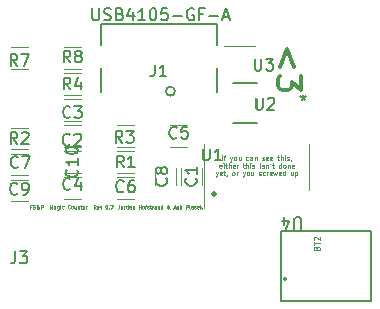
<source format=gbr>
%TF.GenerationSoftware,KiCad,Pcbnew,(6.0.7)*%
%TF.CreationDate,2023-09-19T20:50:44-05:00*%
%TF.ProjectId,CounterProject,436f756e-7465-4725-9072-6f6a6563742e,rev?*%
%TF.SameCoordinates,Original*%
%TF.FileFunction,Legend,Top*%
%TF.FilePolarity,Positive*%
%FSLAX46Y46*%
G04 Gerber Fmt 4.6, Leading zero omitted, Abs format (unit mm)*
G04 Created by KiCad (PCBNEW (6.0.7)) date 2023-09-19 20:50:44*
%MOMM*%
%LPD*%
G01*
G04 APERTURE LIST*
%ADD10C,0.300000*%
%ADD11C,0.100000*%
%ADD12C,0.075000*%
%ADD13C,0.150000*%
%ADD14C,0.120000*%
%ADD15C,0.127000*%
%ADD16C,0.200000*%
%ADD17C,0.152400*%
%ADD18C,0.508000*%
G04 APERTURE END LIST*
D10*
X184428571Y-23309523D02*
X183857142Y-21785714D01*
X183285714Y-23309523D01*
X185095238Y-24071428D02*
X185095238Y-25309523D01*
X184333333Y-24642857D01*
X184333333Y-24928571D01*
X184238095Y-25119047D01*
X184142857Y-25214285D01*
X183952380Y-25309523D01*
X183476190Y-25309523D01*
X183285714Y-25214285D01*
X183190476Y-25119047D01*
X183095238Y-24928571D01*
X183095238Y-24357142D01*
X183190476Y-24166666D01*
X183285714Y-24071428D01*
D11*
X178376190Y-31236952D02*
X178376190Y-30836952D01*
X178509523Y-30970285D02*
X178661904Y-30970285D01*
X178566666Y-31236952D02*
X178566666Y-30894095D01*
X178585714Y-30856000D01*
X178623809Y-30836952D01*
X178661904Y-30836952D01*
X179061904Y-30970285D02*
X179157142Y-31236952D01*
X179252380Y-30970285D02*
X179157142Y-31236952D01*
X179119047Y-31332190D01*
X179100000Y-31351238D01*
X179061904Y-31370285D01*
X179461904Y-31236952D02*
X179423809Y-31217904D01*
X179404761Y-31198857D01*
X179385714Y-31160761D01*
X179385714Y-31046476D01*
X179404761Y-31008380D01*
X179423809Y-30989333D01*
X179461904Y-30970285D01*
X179519047Y-30970285D01*
X179557142Y-30989333D01*
X179576190Y-31008380D01*
X179595238Y-31046476D01*
X179595238Y-31160761D01*
X179576190Y-31198857D01*
X179557142Y-31217904D01*
X179519047Y-31236952D01*
X179461904Y-31236952D01*
X179938095Y-30970285D02*
X179938095Y-31236952D01*
X179766666Y-30970285D02*
X179766666Y-31179809D01*
X179785714Y-31217904D01*
X179823809Y-31236952D01*
X179880952Y-31236952D01*
X179919047Y-31217904D01*
X179938095Y-31198857D01*
X180604761Y-31217904D02*
X180566666Y-31236952D01*
X180490476Y-31236952D01*
X180452380Y-31217904D01*
X180433333Y-31198857D01*
X180414285Y-31160761D01*
X180414285Y-31046476D01*
X180433333Y-31008380D01*
X180452380Y-30989333D01*
X180490476Y-30970285D01*
X180566666Y-30970285D01*
X180604761Y-30989333D01*
X180947619Y-31236952D02*
X180947619Y-31027428D01*
X180928571Y-30989333D01*
X180890476Y-30970285D01*
X180814285Y-30970285D01*
X180776190Y-30989333D01*
X180947619Y-31217904D02*
X180909523Y-31236952D01*
X180814285Y-31236952D01*
X180776190Y-31217904D01*
X180757142Y-31179809D01*
X180757142Y-31141714D01*
X180776190Y-31103619D01*
X180814285Y-31084571D01*
X180909523Y-31084571D01*
X180947619Y-31065523D01*
X181138095Y-30970285D02*
X181138095Y-31236952D01*
X181138095Y-31008380D02*
X181157142Y-30989333D01*
X181195238Y-30970285D01*
X181252380Y-30970285D01*
X181290476Y-30989333D01*
X181309523Y-31027428D01*
X181309523Y-31236952D01*
X181785714Y-31217904D02*
X181823809Y-31236952D01*
X181900000Y-31236952D01*
X181938095Y-31217904D01*
X181957142Y-31179809D01*
X181957142Y-31160761D01*
X181938095Y-31122666D01*
X181900000Y-31103619D01*
X181842857Y-31103619D01*
X181804761Y-31084571D01*
X181785714Y-31046476D01*
X181785714Y-31027428D01*
X181804761Y-30989333D01*
X181842857Y-30970285D01*
X181900000Y-30970285D01*
X181938095Y-30989333D01*
X182280952Y-31217904D02*
X182242857Y-31236952D01*
X182166666Y-31236952D01*
X182128571Y-31217904D01*
X182109523Y-31179809D01*
X182109523Y-31027428D01*
X182128571Y-30989333D01*
X182166666Y-30970285D01*
X182242857Y-30970285D01*
X182280952Y-30989333D01*
X182300000Y-31027428D01*
X182300000Y-31065523D01*
X182109523Y-31103619D01*
X182623809Y-31217904D02*
X182585714Y-31236952D01*
X182509523Y-31236952D01*
X182471428Y-31217904D01*
X182452380Y-31179809D01*
X182452380Y-31027428D01*
X182471428Y-30989333D01*
X182509523Y-30970285D01*
X182585714Y-30970285D01*
X182623809Y-30989333D01*
X182642857Y-31027428D01*
X182642857Y-31065523D01*
X182452380Y-31103619D01*
X183061904Y-30970285D02*
X183214285Y-30970285D01*
X183119047Y-30836952D02*
X183119047Y-31179809D01*
X183138095Y-31217904D01*
X183176190Y-31236952D01*
X183214285Y-31236952D01*
X183347619Y-31236952D02*
X183347619Y-30836952D01*
X183519047Y-31236952D02*
X183519047Y-31027428D01*
X183500000Y-30989333D01*
X183461904Y-30970285D01*
X183404761Y-30970285D01*
X183366666Y-30989333D01*
X183347619Y-31008380D01*
X183709523Y-31236952D02*
X183709523Y-30970285D01*
X183709523Y-30836952D02*
X183690476Y-30856000D01*
X183709523Y-30875047D01*
X183728571Y-30856000D01*
X183709523Y-30836952D01*
X183709523Y-30875047D01*
X183880952Y-31217904D02*
X183919047Y-31236952D01*
X183995238Y-31236952D01*
X184033333Y-31217904D01*
X184052380Y-31179809D01*
X184052380Y-31160761D01*
X184033333Y-31122666D01*
X183995238Y-31103619D01*
X183938095Y-31103619D01*
X183900000Y-31084571D01*
X183880952Y-31046476D01*
X183880952Y-31027428D01*
X183900000Y-30989333D01*
X183938095Y-30970285D01*
X183995238Y-30970285D01*
X184033333Y-30989333D01*
X184242857Y-31217904D02*
X184242857Y-31236952D01*
X184223809Y-31275047D01*
X184204761Y-31294095D01*
X178319047Y-31861904D02*
X178280952Y-31880952D01*
X178204761Y-31880952D01*
X178166666Y-31861904D01*
X178147619Y-31823809D01*
X178147619Y-31671428D01*
X178166666Y-31633333D01*
X178204761Y-31614285D01*
X178280952Y-31614285D01*
X178319047Y-31633333D01*
X178338095Y-31671428D01*
X178338095Y-31709523D01*
X178147619Y-31747619D01*
X178509523Y-31880952D02*
X178509523Y-31614285D01*
X178509523Y-31480952D02*
X178490476Y-31500000D01*
X178509523Y-31519047D01*
X178528571Y-31500000D01*
X178509523Y-31480952D01*
X178509523Y-31519047D01*
X178642857Y-31614285D02*
X178795238Y-31614285D01*
X178700000Y-31480952D02*
X178700000Y-31823809D01*
X178719047Y-31861904D01*
X178757142Y-31880952D01*
X178795238Y-31880952D01*
X178928571Y-31880952D02*
X178928571Y-31480952D01*
X179100000Y-31880952D02*
X179100000Y-31671428D01*
X179080952Y-31633333D01*
X179042857Y-31614285D01*
X178985714Y-31614285D01*
X178947619Y-31633333D01*
X178928571Y-31652380D01*
X179442857Y-31861904D02*
X179404761Y-31880952D01*
X179328571Y-31880952D01*
X179290476Y-31861904D01*
X179271428Y-31823809D01*
X179271428Y-31671428D01*
X179290476Y-31633333D01*
X179328571Y-31614285D01*
X179404761Y-31614285D01*
X179442857Y-31633333D01*
X179461904Y-31671428D01*
X179461904Y-31709523D01*
X179271428Y-31747619D01*
X179633333Y-31880952D02*
X179633333Y-31614285D01*
X179633333Y-31690476D02*
X179652380Y-31652380D01*
X179671428Y-31633333D01*
X179709523Y-31614285D01*
X179747619Y-31614285D01*
X180128571Y-31614285D02*
X180280952Y-31614285D01*
X180185714Y-31480952D02*
X180185714Y-31823809D01*
X180204761Y-31861904D01*
X180242857Y-31880952D01*
X180280952Y-31880952D01*
X180414285Y-31880952D02*
X180414285Y-31480952D01*
X180585714Y-31880952D02*
X180585714Y-31671428D01*
X180566666Y-31633333D01*
X180528571Y-31614285D01*
X180471428Y-31614285D01*
X180433333Y-31633333D01*
X180414285Y-31652380D01*
X180776190Y-31880952D02*
X180776190Y-31614285D01*
X180776190Y-31480952D02*
X180757142Y-31500000D01*
X180776190Y-31519047D01*
X180795238Y-31500000D01*
X180776190Y-31480952D01*
X180776190Y-31519047D01*
X180947619Y-31861904D02*
X180985714Y-31880952D01*
X181061904Y-31880952D01*
X181100000Y-31861904D01*
X181119047Y-31823809D01*
X181119047Y-31804761D01*
X181100000Y-31766666D01*
X181061904Y-31747619D01*
X181004761Y-31747619D01*
X180966666Y-31728571D01*
X180947619Y-31690476D01*
X180947619Y-31671428D01*
X180966666Y-31633333D01*
X181004761Y-31614285D01*
X181061904Y-31614285D01*
X181100000Y-31633333D01*
X181595238Y-31880952D02*
X181595238Y-31614285D01*
X181595238Y-31480952D02*
X181576190Y-31500000D01*
X181595238Y-31519047D01*
X181614285Y-31500000D01*
X181595238Y-31480952D01*
X181595238Y-31519047D01*
X181766666Y-31861904D02*
X181804761Y-31880952D01*
X181880952Y-31880952D01*
X181919047Y-31861904D01*
X181938095Y-31823809D01*
X181938095Y-31804761D01*
X181919047Y-31766666D01*
X181880952Y-31747619D01*
X181823809Y-31747619D01*
X181785714Y-31728571D01*
X181766666Y-31690476D01*
X181766666Y-31671428D01*
X181785714Y-31633333D01*
X181823809Y-31614285D01*
X181880952Y-31614285D01*
X181919047Y-31633333D01*
X182109523Y-31614285D02*
X182109523Y-31880952D01*
X182109523Y-31652380D02*
X182128571Y-31633333D01*
X182166666Y-31614285D01*
X182223809Y-31614285D01*
X182261904Y-31633333D01*
X182280952Y-31671428D01*
X182280952Y-31880952D01*
X182490476Y-31480952D02*
X182452380Y-31557142D01*
X182604761Y-31614285D02*
X182757142Y-31614285D01*
X182661904Y-31480952D02*
X182661904Y-31823809D01*
X182680952Y-31861904D01*
X182719047Y-31880952D01*
X182757142Y-31880952D01*
X183366666Y-31880952D02*
X183366666Y-31480952D01*
X183366666Y-31861904D02*
X183328571Y-31880952D01*
X183252380Y-31880952D01*
X183214285Y-31861904D01*
X183195238Y-31842857D01*
X183176190Y-31804761D01*
X183176190Y-31690476D01*
X183195238Y-31652380D01*
X183214285Y-31633333D01*
X183252380Y-31614285D01*
X183328571Y-31614285D01*
X183366666Y-31633333D01*
X183614285Y-31880952D02*
X183576190Y-31861904D01*
X183557142Y-31842857D01*
X183538095Y-31804761D01*
X183538095Y-31690476D01*
X183557142Y-31652380D01*
X183576190Y-31633333D01*
X183614285Y-31614285D01*
X183671428Y-31614285D01*
X183709523Y-31633333D01*
X183728571Y-31652380D01*
X183747619Y-31690476D01*
X183747619Y-31804761D01*
X183728571Y-31842857D01*
X183709523Y-31861904D01*
X183671428Y-31880952D01*
X183614285Y-31880952D01*
X183919047Y-31614285D02*
X183919047Y-31880952D01*
X183919047Y-31652380D02*
X183938095Y-31633333D01*
X183976190Y-31614285D01*
X184033333Y-31614285D01*
X184071428Y-31633333D01*
X184090476Y-31671428D01*
X184090476Y-31880952D01*
X184433333Y-31861904D02*
X184395238Y-31880952D01*
X184319047Y-31880952D01*
X184280952Y-31861904D01*
X184261904Y-31823809D01*
X184261904Y-31671428D01*
X184280952Y-31633333D01*
X184319047Y-31614285D01*
X184395238Y-31614285D01*
X184433333Y-31633333D01*
X184452380Y-31671428D01*
X184452380Y-31709523D01*
X184261904Y-31747619D01*
X177842857Y-32258285D02*
X177938095Y-32524952D01*
X178033333Y-32258285D02*
X177938095Y-32524952D01*
X177900000Y-32620190D01*
X177880952Y-32639238D01*
X177842857Y-32658285D01*
X178338095Y-32505904D02*
X178300000Y-32524952D01*
X178223809Y-32524952D01*
X178185714Y-32505904D01*
X178166666Y-32467809D01*
X178166666Y-32315428D01*
X178185714Y-32277333D01*
X178223809Y-32258285D01*
X178300000Y-32258285D01*
X178338095Y-32277333D01*
X178357142Y-32315428D01*
X178357142Y-32353523D01*
X178166666Y-32391619D01*
X178471428Y-32258285D02*
X178623809Y-32258285D01*
X178528571Y-32124952D02*
X178528571Y-32467809D01*
X178547619Y-32505904D01*
X178585714Y-32524952D01*
X178623809Y-32524952D01*
X178776190Y-32505904D02*
X178776190Y-32524952D01*
X178757142Y-32563047D01*
X178738095Y-32582095D01*
X179309523Y-32524952D02*
X179271428Y-32505904D01*
X179252380Y-32486857D01*
X179233333Y-32448761D01*
X179233333Y-32334476D01*
X179252380Y-32296380D01*
X179271428Y-32277333D01*
X179309523Y-32258285D01*
X179366666Y-32258285D01*
X179404761Y-32277333D01*
X179423809Y-32296380D01*
X179442857Y-32334476D01*
X179442857Y-32448761D01*
X179423809Y-32486857D01*
X179404761Y-32505904D01*
X179366666Y-32524952D01*
X179309523Y-32524952D01*
X179614285Y-32524952D02*
X179614285Y-32258285D01*
X179614285Y-32334476D02*
X179633333Y-32296380D01*
X179652380Y-32277333D01*
X179690476Y-32258285D01*
X179728571Y-32258285D01*
X180128571Y-32258285D02*
X180223809Y-32524952D01*
X180319047Y-32258285D02*
X180223809Y-32524952D01*
X180185714Y-32620190D01*
X180166666Y-32639238D01*
X180128571Y-32658285D01*
X180528571Y-32524952D02*
X180490476Y-32505904D01*
X180471428Y-32486857D01*
X180452380Y-32448761D01*
X180452380Y-32334476D01*
X180471428Y-32296380D01*
X180490476Y-32277333D01*
X180528571Y-32258285D01*
X180585714Y-32258285D01*
X180623809Y-32277333D01*
X180642857Y-32296380D01*
X180661904Y-32334476D01*
X180661904Y-32448761D01*
X180642857Y-32486857D01*
X180623809Y-32505904D01*
X180585714Y-32524952D01*
X180528571Y-32524952D01*
X181004761Y-32258285D02*
X181004761Y-32524952D01*
X180833333Y-32258285D02*
X180833333Y-32467809D01*
X180852380Y-32505904D01*
X180890476Y-32524952D01*
X180947619Y-32524952D01*
X180985714Y-32505904D01*
X181004761Y-32486857D01*
X181480952Y-32505904D02*
X181519047Y-32524952D01*
X181595238Y-32524952D01*
X181633333Y-32505904D01*
X181652380Y-32467809D01*
X181652380Y-32448761D01*
X181633333Y-32410666D01*
X181595238Y-32391619D01*
X181538095Y-32391619D01*
X181500000Y-32372571D01*
X181480952Y-32334476D01*
X181480952Y-32315428D01*
X181500000Y-32277333D01*
X181538095Y-32258285D01*
X181595238Y-32258285D01*
X181633333Y-32277333D01*
X181995238Y-32505904D02*
X181957142Y-32524952D01*
X181880952Y-32524952D01*
X181842857Y-32505904D01*
X181823809Y-32486857D01*
X181804761Y-32448761D01*
X181804761Y-32334476D01*
X181823809Y-32296380D01*
X181842857Y-32277333D01*
X181880952Y-32258285D01*
X181957142Y-32258285D01*
X181995238Y-32277333D01*
X182166666Y-32524952D02*
X182166666Y-32258285D01*
X182166666Y-32334476D02*
X182185714Y-32296380D01*
X182204761Y-32277333D01*
X182242857Y-32258285D01*
X182280952Y-32258285D01*
X182566666Y-32505904D02*
X182528571Y-32524952D01*
X182452380Y-32524952D01*
X182414285Y-32505904D01*
X182395238Y-32467809D01*
X182395238Y-32315428D01*
X182414285Y-32277333D01*
X182452380Y-32258285D01*
X182528571Y-32258285D01*
X182566666Y-32277333D01*
X182585714Y-32315428D01*
X182585714Y-32353523D01*
X182395238Y-32391619D01*
X182719047Y-32258285D02*
X182795238Y-32524952D01*
X182871428Y-32334476D01*
X182947619Y-32524952D01*
X183023809Y-32258285D01*
X183328571Y-32505904D02*
X183290476Y-32524952D01*
X183214285Y-32524952D01*
X183176190Y-32505904D01*
X183157142Y-32467809D01*
X183157142Y-32315428D01*
X183176190Y-32277333D01*
X183214285Y-32258285D01*
X183290476Y-32258285D01*
X183328571Y-32277333D01*
X183347619Y-32315428D01*
X183347619Y-32353523D01*
X183157142Y-32391619D01*
X183690476Y-32524952D02*
X183690476Y-32124952D01*
X183690476Y-32505904D02*
X183652380Y-32524952D01*
X183576190Y-32524952D01*
X183538095Y-32505904D01*
X183519047Y-32486857D01*
X183500000Y-32448761D01*
X183500000Y-32334476D01*
X183519047Y-32296380D01*
X183538095Y-32277333D01*
X183576190Y-32258285D01*
X183652380Y-32258285D01*
X183690476Y-32277333D01*
X184357142Y-32258285D02*
X184357142Y-32524952D01*
X184185714Y-32258285D02*
X184185714Y-32467809D01*
X184204761Y-32505904D01*
X184242857Y-32524952D01*
X184300000Y-32524952D01*
X184338095Y-32505904D01*
X184357142Y-32486857D01*
X184547619Y-32258285D02*
X184547619Y-32658285D01*
X184547619Y-32277333D02*
X184585714Y-32258285D01*
X184661904Y-32258285D01*
X184700000Y-32277333D01*
X184719047Y-32296380D01*
X184738095Y-32334476D01*
X184738095Y-32448761D01*
X184719047Y-32486857D01*
X184700000Y-32505904D01*
X184661904Y-32524952D01*
X184585714Y-32524952D01*
X184547619Y-32505904D01*
D12*
X169657142Y-35035714D02*
X169657142Y-35250000D01*
X169642857Y-35292857D01*
X169614285Y-35321428D01*
X169571428Y-35335714D01*
X169542857Y-35335714D01*
X169842857Y-35335714D02*
X169814285Y-35321428D01*
X169800000Y-35307142D01*
X169785714Y-35278571D01*
X169785714Y-35192857D01*
X169800000Y-35164285D01*
X169814285Y-35150000D01*
X169842857Y-35135714D01*
X169885714Y-35135714D01*
X169914285Y-35150000D01*
X169928571Y-35164285D01*
X169942857Y-35192857D01*
X169942857Y-35278571D01*
X169928571Y-35307142D01*
X169914285Y-35321428D01*
X169885714Y-35335714D01*
X169842857Y-35335714D01*
X170071428Y-35335714D02*
X170071428Y-35135714D01*
X170071428Y-35192857D02*
X170085714Y-35164285D01*
X170100000Y-35150000D01*
X170128571Y-35135714D01*
X170157142Y-35135714D01*
X170385714Y-35335714D02*
X170385714Y-35035714D01*
X170385714Y-35321428D02*
X170357142Y-35335714D01*
X170300000Y-35335714D01*
X170271428Y-35321428D01*
X170257142Y-35307142D01*
X170242857Y-35278571D01*
X170242857Y-35192857D01*
X170257142Y-35164285D01*
X170271428Y-35150000D01*
X170300000Y-35135714D01*
X170357142Y-35135714D01*
X170385714Y-35150000D01*
X170657142Y-35335714D02*
X170657142Y-35178571D01*
X170642857Y-35150000D01*
X170614285Y-35135714D01*
X170557142Y-35135714D01*
X170528571Y-35150000D01*
X170657142Y-35321428D02*
X170628571Y-35335714D01*
X170557142Y-35335714D01*
X170528571Y-35321428D01*
X170514285Y-35292857D01*
X170514285Y-35264285D01*
X170528571Y-35235714D01*
X170557142Y-35221428D01*
X170628571Y-35221428D01*
X170657142Y-35207142D01*
X170800000Y-35135714D02*
X170800000Y-35335714D01*
X170800000Y-35164285D02*
X170814285Y-35150000D01*
X170842857Y-35135714D01*
X170885714Y-35135714D01*
X170914285Y-35150000D01*
X170928571Y-35178571D01*
X170928571Y-35335714D01*
X171300000Y-35335714D02*
X171300000Y-35035714D01*
X171300000Y-35178571D02*
X171471428Y-35178571D01*
X171471428Y-35335714D02*
X171471428Y-35035714D01*
X171657142Y-35335714D02*
X171628571Y-35321428D01*
X171614285Y-35307142D01*
X171600000Y-35278571D01*
X171600000Y-35192857D01*
X171614285Y-35164285D01*
X171628571Y-35150000D01*
X171657142Y-35135714D01*
X171700000Y-35135714D01*
X171728571Y-35150000D01*
X171742857Y-35164285D01*
X171757142Y-35192857D01*
X171757142Y-35278571D01*
X171742857Y-35307142D01*
X171728571Y-35321428D01*
X171700000Y-35335714D01*
X171657142Y-35335714D01*
X171842857Y-35135714D02*
X171957142Y-35135714D01*
X171885714Y-35335714D02*
X171885714Y-35078571D01*
X171900000Y-35050000D01*
X171928571Y-35035714D01*
X171957142Y-35035714D01*
X172042857Y-35321428D02*
X172071428Y-35335714D01*
X172128571Y-35335714D01*
X172157142Y-35321428D01*
X172171428Y-35292857D01*
X172171428Y-35278571D01*
X172157142Y-35250000D01*
X172128571Y-35235714D01*
X172085714Y-35235714D01*
X172057142Y-35221428D01*
X172042857Y-35192857D01*
X172042857Y-35178571D01*
X172057142Y-35150000D01*
X172085714Y-35135714D01*
X172128571Y-35135714D01*
X172157142Y-35150000D01*
X172257142Y-35135714D02*
X172371428Y-35135714D01*
X172300000Y-35035714D02*
X172300000Y-35292857D01*
X172314285Y-35321428D01*
X172342857Y-35335714D01*
X172371428Y-35335714D01*
X172471428Y-35335714D02*
X172471428Y-35135714D01*
X172471428Y-35192857D02*
X172485714Y-35164285D01*
X172500000Y-35150000D01*
X172528571Y-35135714D01*
X172557142Y-35135714D01*
X172785714Y-35335714D02*
X172785714Y-35178571D01*
X172771428Y-35150000D01*
X172742857Y-35135714D01*
X172685714Y-35135714D01*
X172657142Y-35150000D01*
X172785714Y-35321428D02*
X172757142Y-35335714D01*
X172685714Y-35335714D01*
X172657142Y-35321428D01*
X172642857Y-35292857D01*
X172642857Y-35264285D01*
X172657142Y-35235714D01*
X172685714Y-35221428D01*
X172757142Y-35221428D01*
X172785714Y-35207142D01*
X172928571Y-35135714D02*
X172928571Y-35335714D01*
X172928571Y-35164285D02*
X172942857Y-35150000D01*
X172971428Y-35135714D01*
X173014285Y-35135714D01*
X173042857Y-35150000D01*
X173057142Y-35178571D01*
X173057142Y-35335714D01*
X173328571Y-35335714D02*
X173328571Y-35035714D01*
X173328571Y-35321428D02*
X173300000Y-35335714D01*
X173242857Y-35335714D01*
X173214285Y-35321428D01*
X173200000Y-35307142D01*
X173185714Y-35278571D01*
X173185714Y-35192857D01*
X173200000Y-35164285D01*
X173214285Y-35150000D01*
X173242857Y-35135714D01*
X173300000Y-35135714D01*
X173328571Y-35150000D01*
X173942857Y-35335714D02*
X173928571Y-35335714D01*
X173900000Y-35321428D01*
X173857142Y-35278571D01*
X173785714Y-35192857D01*
X173757142Y-35150000D01*
X173742857Y-35107142D01*
X173742857Y-35078571D01*
X173757142Y-35050000D01*
X173785714Y-35035714D01*
X173800000Y-35035714D01*
X173828571Y-35050000D01*
X173842857Y-35078571D01*
X173842857Y-35092857D01*
X173828571Y-35121428D01*
X173814285Y-35135714D01*
X173728571Y-35192857D01*
X173714285Y-35207142D01*
X173700000Y-35235714D01*
X173700000Y-35278571D01*
X173714285Y-35307142D01*
X173728571Y-35321428D01*
X173757142Y-35335714D01*
X173800000Y-35335714D01*
X173828571Y-35321428D01*
X173842857Y-35307142D01*
X173885714Y-35250000D01*
X173900000Y-35207142D01*
X173900000Y-35178571D01*
X174285714Y-35250000D02*
X174428571Y-35250000D01*
X174257142Y-35335714D02*
X174357142Y-35035714D01*
X174457142Y-35335714D01*
X174542857Y-35321428D02*
X174571428Y-35335714D01*
X174628571Y-35335714D01*
X174657142Y-35321428D01*
X174671428Y-35292857D01*
X174671428Y-35278571D01*
X174657142Y-35250000D01*
X174628571Y-35235714D01*
X174585714Y-35235714D01*
X174557142Y-35221428D01*
X174542857Y-35192857D01*
X174542857Y-35178571D01*
X174557142Y-35150000D01*
X174585714Y-35135714D01*
X174628571Y-35135714D01*
X174657142Y-35150000D01*
X174800000Y-35335714D02*
X174800000Y-35035714D01*
X174928571Y-35335714D02*
X174928571Y-35178571D01*
X174914285Y-35150000D01*
X174885714Y-35135714D01*
X174842857Y-35135714D01*
X174814285Y-35150000D01*
X174800000Y-35164285D01*
X175300000Y-35335714D02*
X175300000Y-35035714D01*
X175414285Y-35035714D01*
X175442857Y-35050000D01*
X175457142Y-35064285D01*
X175471428Y-35092857D01*
X175471428Y-35135714D01*
X175457142Y-35164285D01*
X175442857Y-35178571D01*
X175414285Y-35192857D01*
X175300000Y-35192857D01*
X175642857Y-35335714D02*
X175614285Y-35321428D01*
X175600000Y-35292857D01*
X175600000Y-35035714D01*
X175885714Y-35335714D02*
X175885714Y-35178571D01*
X175871428Y-35150000D01*
X175842857Y-35135714D01*
X175785714Y-35135714D01*
X175757142Y-35150000D01*
X175885714Y-35321428D02*
X175857142Y-35335714D01*
X175785714Y-35335714D01*
X175757142Y-35321428D01*
X175742857Y-35292857D01*
X175742857Y-35264285D01*
X175757142Y-35235714D01*
X175785714Y-35221428D01*
X175857142Y-35221428D01*
X175885714Y-35207142D01*
X176014285Y-35321428D02*
X176042857Y-35335714D01*
X176100000Y-35335714D01*
X176128571Y-35321428D01*
X176142857Y-35292857D01*
X176142857Y-35278571D01*
X176128571Y-35250000D01*
X176100000Y-35235714D01*
X176057142Y-35235714D01*
X176028571Y-35221428D01*
X176014285Y-35192857D01*
X176014285Y-35178571D01*
X176028571Y-35150000D01*
X176057142Y-35135714D01*
X176100000Y-35135714D01*
X176128571Y-35150000D01*
X176385714Y-35321428D02*
X176357142Y-35335714D01*
X176300000Y-35335714D01*
X176271428Y-35321428D01*
X176257142Y-35292857D01*
X176257142Y-35178571D01*
X176271428Y-35150000D01*
X176300000Y-35135714D01*
X176357142Y-35135714D01*
X176385714Y-35150000D01*
X176400000Y-35178571D01*
X176400000Y-35207142D01*
X176257142Y-35235714D01*
X176528571Y-35335714D02*
X176528571Y-35035714D01*
X176557142Y-35221428D02*
X176642857Y-35335714D01*
X176642857Y-35135714D02*
X176528571Y-35250000D01*
X162221428Y-35178571D02*
X162121428Y-35178571D01*
X162121428Y-35335714D02*
X162121428Y-35035714D01*
X162264285Y-35035714D01*
X162364285Y-35321428D02*
X162407142Y-35335714D01*
X162478571Y-35335714D01*
X162507142Y-35321428D01*
X162521428Y-35307142D01*
X162535714Y-35278571D01*
X162535714Y-35250000D01*
X162521428Y-35221428D01*
X162507142Y-35207142D01*
X162478571Y-35192857D01*
X162421428Y-35178571D01*
X162392857Y-35164285D01*
X162378571Y-35150000D01*
X162364285Y-35121428D01*
X162364285Y-35092857D01*
X162378571Y-35064285D01*
X162392857Y-35050000D01*
X162421428Y-35035714D01*
X162492857Y-35035714D01*
X162535714Y-35050000D01*
X162907142Y-35335714D02*
X162892857Y-35335714D01*
X162864285Y-35321428D01*
X162821428Y-35278571D01*
X162750000Y-35192857D01*
X162721428Y-35150000D01*
X162707142Y-35107142D01*
X162707142Y-35078571D01*
X162721428Y-35050000D01*
X162750000Y-35035714D01*
X162764285Y-35035714D01*
X162792857Y-35050000D01*
X162807142Y-35078571D01*
X162807142Y-35092857D01*
X162792857Y-35121428D01*
X162778571Y-35135714D01*
X162692857Y-35192857D01*
X162678571Y-35207142D01*
X162664285Y-35235714D01*
X162664285Y-35278571D01*
X162678571Y-35307142D01*
X162692857Y-35321428D01*
X162721428Y-35335714D01*
X162764285Y-35335714D01*
X162792857Y-35321428D01*
X162807142Y-35307142D01*
X162850000Y-35250000D01*
X162864285Y-35207142D01*
X162864285Y-35178571D01*
X163035714Y-35335714D02*
X163035714Y-35035714D01*
X163150000Y-35035714D01*
X163178571Y-35050000D01*
X163192857Y-35064285D01*
X163207142Y-35092857D01*
X163207142Y-35135714D01*
X163192857Y-35164285D01*
X163178571Y-35178571D01*
X163150000Y-35192857D01*
X163035714Y-35192857D01*
X163792857Y-35335714D02*
X163792857Y-35035714D01*
X163892857Y-35250000D01*
X163992857Y-35035714D01*
X163992857Y-35335714D01*
X164264285Y-35335714D02*
X164264285Y-35178571D01*
X164250000Y-35150000D01*
X164221428Y-35135714D01*
X164164285Y-35135714D01*
X164135714Y-35150000D01*
X164264285Y-35321428D02*
X164235714Y-35335714D01*
X164164285Y-35335714D01*
X164135714Y-35321428D01*
X164121428Y-35292857D01*
X164121428Y-35264285D01*
X164135714Y-35235714D01*
X164164285Y-35221428D01*
X164235714Y-35221428D01*
X164264285Y-35207142D01*
X164535714Y-35135714D02*
X164535714Y-35378571D01*
X164521428Y-35407142D01*
X164507142Y-35421428D01*
X164478571Y-35435714D01*
X164435714Y-35435714D01*
X164407142Y-35421428D01*
X164535714Y-35321428D02*
X164507142Y-35335714D01*
X164450000Y-35335714D01*
X164421428Y-35321428D01*
X164407142Y-35307142D01*
X164392857Y-35278571D01*
X164392857Y-35192857D01*
X164407142Y-35164285D01*
X164421428Y-35150000D01*
X164450000Y-35135714D01*
X164507142Y-35135714D01*
X164535714Y-35150000D01*
X164678571Y-35335714D02*
X164678571Y-35135714D01*
X164678571Y-35035714D02*
X164664285Y-35050000D01*
X164678571Y-35064285D01*
X164692857Y-35050000D01*
X164678571Y-35035714D01*
X164678571Y-35064285D01*
X164950000Y-35321428D02*
X164921428Y-35335714D01*
X164864285Y-35335714D01*
X164835714Y-35321428D01*
X164821428Y-35307142D01*
X164807142Y-35278571D01*
X164807142Y-35192857D01*
X164821428Y-35164285D01*
X164835714Y-35150000D01*
X164864285Y-35135714D01*
X164921428Y-35135714D01*
X164950000Y-35150000D01*
X165478571Y-35307142D02*
X165464285Y-35321428D01*
X165421428Y-35335714D01*
X165392857Y-35335714D01*
X165350000Y-35321428D01*
X165321428Y-35292857D01*
X165307142Y-35264285D01*
X165292857Y-35207142D01*
X165292857Y-35164285D01*
X165307142Y-35107142D01*
X165321428Y-35078571D01*
X165350000Y-35050000D01*
X165392857Y-35035714D01*
X165421428Y-35035714D01*
X165464285Y-35050000D01*
X165478571Y-35064285D01*
X165650000Y-35335714D02*
X165621428Y-35321428D01*
X165607142Y-35307142D01*
X165592857Y-35278571D01*
X165592857Y-35192857D01*
X165607142Y-35164285D01*
X165621428Y-35150000D01*
X165650000Y-35135714D01*
X165692857Y-35135714D01*
X165721428Y-35150000D01*
X165735714Y-35164285D01*
X165750000Y-35192857D01*
X165750000Y-35278571D01*
X165735714Y-35307142D01*
X165721428Y-35321428D01*
X165692857Y-35335714D01*
X165650000Y-35335714D01*
X166007142Y-35135714D02*
X166007142Y-35335714D01*
X165878571Y-35135714D02*
X165878571Y-35292857D01*
X165892857Y-35321428D01*
X165921428Y-35335714D01*
X165964285Y-35335714D01*
X165992857Y-35321428D01*
X166007142Y-35307142D01*
X166150000Y-35135714D02*
X166150000Y-35335714D01*
X166150000Y-35164285D02*
X166164285Y-35150000D01*
X166192857Y-35135714D01*
X166235714Y-35135714D01*
X166264285Y-35150000D01*
X166278571Y-35178571D01*
X166278571Y-35335714D01*
X166378571Y-35135714D02*
X166492857Y-35135714D01*
X166421428Y-35035714D02*
X166421428Y-35292857D01*
X166435714Y-35321428D01*
X166464285Y-35335714D01*
X166492857Y-35335714D01*
X166707142Y-35321428D02*
X166678571Y-35335714D01*
X166621428Y-35335714D01*
X166592857Y-35321428D01*
X166578571Y-35292857D01*
X166578571Y-35178571D01*
X166592857Y-35150000D01*
X166621428Y-35135714D01*
X166678571Y-35135714D01*
X166707142Y-35150000D01*
X166721428Y-35178571D01*
X166721428Y-35207142D01*
X166578571Y-35235714D01*
X166850000Y-35335714D02*
X166850000Y-35135714D01*
X166850000Y-35192857D02*
X166864285Y-35164285D01*
X166878571Y-35150000D01*
X166907142Y-35135714D01*
X166935714Y-35135714D01*
X167664285Y-35335714D02*
X167564285Y-35192857D01*
X167492857Y-35335714D02*
X167492857Y-35035714D01*
X167607142Y-35035714D01*
X167635714Y-35050000D01*
X167650000Y-35064285D01*
X167664285Y-35092857D01*
X167664285Y-35135714D01*
X167650000Y-35164285D01*
X167635714Y-35178571D01*
X167607142Y-35192857D01*
X167492857Y-35192857D01*
X167907142Y-35321428D02*
X167878571Y-35335714D01*
X167821428Y-35335714D01*
X167792857Y-35321428D01*
X167778571Y-35292857D01*
X167778571Y-35178571D01*
X167792857Y-35150000D01*
X167821428Y-35135714D01*
X167878571Y-35135714D01*
X167907142Y-35150000D01*
X167921428Y-35178571D01*
X167921428Y-35207142D01*
X167778571Y-35235714D01*
X168021428Y-35135714D02*
X168092857Y-35335714D01*
X168164285Y-35135714D01*
X168564285Y-35035714D02*
X168592857Y-35035714D01*
X168621428Y-35050000D01*
X168635714Y-35064285D01*
X168650000Y-35092857D01*
X168664285Y-35150000D01*
X168664285Y-35221428D01*
X168650000Y-35278571D01*
X168635714Y-35307142D01*
X168621428Y-35321428D01*
X168592857Y-35335714D01*
X168564285Y-35335714D01*
X168535714Y-35321428D01*
X168521428Y-35307142D01*
X168507142Y-35278571D01*
X168492857Y-35221428D01*
X168492857Y-35150000D01*
X168507142Y-35092857D01*
X168521428Y-35064285D01*
X168535714Y-35050000D01*
X168564285Y-35035714D01*
X168792857Y-35307142D02*
X168807142Y-35321428D01*
X168792857Y-35335714D01*
X168778571Y-35321428D01*
X168792857Y-35307142D01*
X168792857Y-35335714D01*
X168907142Y-35035714D02*
X169107142Y-35035714D01*
X168978571Y-35335714D01*
D13*
%TO.C,C7*%
X161083333Y-31807142D02*
X161035714Y-31854761D01*
X160892857Y-31902380D01*
X160797619Y-31902380D01*
X160654761Y-31854761D01*
X160559523Y-31759523D01*
X160511904Y-31664285D01*
X160464285Y-31473809D01*
X160464285Y-31330952D01*
X160511904Y-31140476D01*
X160559523Y-31045238D01*
X160654761Y-30950000D01*
X160797619Y-30902380D01*
X160892857Y-30902380D01*
X161035714Y-30950000D01*
X161083333Y-30997619D01*
X161416666Y-30902380D02*
X162083333Y-30902380D01*
X161654761Y-31902380D01*
%TO.C,U3*%
X181138095Y-22652380D02*
X181138095Y-23461904D01*
X181185714Y-23557142D01*
X181233333Y-23604761D01*
X181328571Y-23652380D01*
X181519047Y-23652380D01*
X181614285Y-23604761D01*
X181661904Y-23557142D01*
X181709523Y-23461904D01*
X181709523Y-22652380D01*
X182090476Y-22652380D02*
X182709523Y-22652380D01*
X182376190Y-23033333D01*
X182519047Y-23033333D01*
X182614285Y-23080952D01*
X182661904Y-23128571D01*
X182709523Y-23223809D01*
X182709523Y-23461904D01*
X182661904Y-23557142D01*
X182614285Y-23604761D01*
X182519047Y-23652380D01*
X182233333Y-23652380D01*
X182138095Y-23604761D01*
X182090476Y-23557142D01*
D14*
%TO.C,BT2*%
X186378214Y-38677142D02*
X186401071Y-38608571D01*
X186423928Y-38585714D01*
X186469642Y-38562857D01*
X186538214Y-38562857D01*
X186583928Y-38585714D01*
X186606785Y-38608571D01*
X186629642Y-38654285D01*
X186629642Y-38837142D01*
X186149642Y-38837142D01*
X186149642Y-38677142D01*
X186172500Y-38631428D01*
X186195357Y-38608571D01*
X186241071Y-38585714D01*
X186286785Y-38585714D01*
X186332500Y-38608571D01*
X186355357Y-38631428D01*
X186378214Y-38677142D01*
X186378214Y-38837142D01*
X186149642Y-38425714D02*
X186149642Y-38151428D01*
X186629642Y-38288571D02*
X186149642Y-38288571D01*
X186195357Y-38014285D02*
X186172500Y-37991428D01*
X186149642Y-37945714D01*
X186149642Y-37831428D01*
X186172500Y-37785714D01*
X186195357Y-37762857D01*
X186241071Y-37740000D01*
X186286785Y-37740000D01*
X186355357Y-37762857D01*
X186629642Y-38037142D01*
X186629642Y-37740000D01*
D13*
%TO.C,R7*%
X161033333Y-23252380D02*
X160700000Y-22776190D01*
X160461904Y-23252380D02*
X160461904Y-22252380D01*
X160842857Y-22252380D01*
X160938095Y-22300000D01*
X160985714Y-22347619D01*
X161033333Y-22442857D01*
X161033333Y-22585714D01*
X160985714Y-22680952D01*
X160938095Y-22728571D01*
X160842857Y-22776190D01*
X160461904Y-22776190D01*
X161366666Y-22252380D02*
X162033333Y-22252380D01*
X161604761Y-23252380D01*
%TO.C,C2*%
X165483333Y-29907142D02*
X165435714Y-29954761D01*
X165292857Y-30002380D01*
X165197619Y-30002380D01*
X165054761Y-29954761D01*
X164959523Y-29859523D01*
X164911904Y-29764285D01*
X164864285Y-29573809D01*
X164864285Y-29430952D01*
X164911904Y-29240476D01*
X164959523Y-29145238D01*
X165054761Y-29050000D01*
X165197619Y-29002380D01*
X165292857Y-29002380D01*
X165435714Y-29050000D01*
X165483333Y-29097619D01*
X165864285Y-29097619D02*
X165911904Y-29050000D01*
X166007142Y-29002380D01*
X166245238Y-29002380D01*
X166340476Y-29050000D01*
X166388095Y-29097619D01*
X166435714Y-29192857D01*
X166435714Y-29288095D01*
X166388095Y-29430952D01*
X165816666Y-30002380D01*
X166435714Y-30002380D01*
%TO.C,C9*%
X161033333Y-34057142D02*
X160985714Y-34104761D01*
X160842857Y-34152380D01*
X160747619Y-34152380D01*
X160604761Y-34104761D01*
X160509523Y-34009523D01*
X160461904Y-33914285D01*
X160414285Y-33723809D01*
X160414285Y-33580952D01*
X160461904Y-33390476D01*
X160509523Y-33295238D01*
X160604761Y-33200000D01*
X160747619Y-33152380D01*
X160842857Y-33152380D01*
X160985714Y-33200000D01*
X161033333Y-33247619D01*
X161509523Y-34152380D02*
X161700000Y-34152380D01*
X161795238Y-34104761D01*
X161842857Y-34057142D01*
X161938095Y-33914285D01*
X161985714Y-33723809D01*
X161985714Y-33342857D01*
X161938095Y-33247619D01*
X161890476Y-33200000D01*
X161795238Y-33152380D01*
X161604761Y-33152380D01*
X161509523Y-33200000D01*
X161461904Y-33247619D01*
X161414285Y-33342857D01*
X161414285Y-33580952D01*
X161461904Y-33676190D01*
X161509523Y-33723809D01*
X161604761Y-33771428D01*
X161795238Y-33771428D01*
X161890476Y-33723809D01*
X161938095Y-33676190D01*
X161985714Y-33580952D01*
%TO.C,R3*%
X169933333Y-29752380D02*
X169600000Y-29276190D01*
X169361904Y-29752380D02*
X169361904Y-28752380D01*
X169742857Y-28752380D01*
X169838095Y-28800000D01*
X169885714Y-28847619D01*
X169933333Y-28942857D01*
X169933333Y-29085714D01*
X169885714Y-29180952D01*
X169838095Y-29228571D01*
X169742857Y-29276190D01*
X169361904Y-29276190D01*
X170266666Y-28752380D02*
X170885714Y-28752380D01*
X170552380Y-29133333D01*
X170695238Y-29133333D01*
X170790476Y-29180952D01*
X170838095Y-29228571D01*
X170885714Y-29323809D01*
X170885714Y-29561904D01*
X170838095Y-29657142D01*
X170790476Y-29704761D01*
X170695238Y-29752380D01*
X170409523Y-29752380D01*
X170314285Y-29704761D01*
X170266666Y-29657142D01*
%TO.C,C8*%
X173657142Y-32766666D02*
X173704761Y-32814285D01*
X173752380Y-32957142D01*
X173752380Y-33052380D01*
X173704761Y-33195238D01*
X173609523Y-33290476D01*
X173514285Y-33338095D01*
X173323809Y-33385714D01*
X173180952Y-33385714D01*
X172990476Y-33338095D01*
X172895238Y-33290476D01*
X172800000Y-33195238D01*
X172752380Y-33052380D01*
X172752380Y-32957142D01*
X172800000Y-32814285D01*
X172847619Y-32766666D01*
X173180952Y-32195238D02*
X173133333Y-32290476D01*
X173085714Y-32338095D01*
X172990476Y-32385714D01*
X172942857Y-32385714D01*
X172847619Y-32338095D01*
X172800000Y-32290476D01*
X172752380Y-32195238D01*
X172752380Y-32004761D01*
X172800000Y-31909523D01*
X172847619Y-31861904D01*
X172942857Y-31814285D01*
X172990476Y-31814285D01*
X173085714Y-31861904D01*
X173133333Y-31909523D01*
X173180952Y-32004761D01*
X173180952Y-32195238D01*
X173228571Y-32290476D01*
X173276190Y-32338095D01*
X173371428Y-32385714D01*
X173561904Y-32385714D01*
X173657142Y-32338095D01*
X173704761Y-32290476D01*
X173752380Y-32195238D01*
X173752380Y-32004761D01*
X173704761Y-31909523D01*
X173657142Y-31861904D01*
X173561904Y-31814285D01*
X173371428Y-31814285D01*
X173276190Y-31861904D01*
X173228571Y-31909523D01*
X173180952Y-32004761D01*
%TO.C,J3*%
X160866666Y-38952380D02*
X160866666Y-39666666D01*
X160819047Y-39809523D01*
X160723809Y-39904761D01*
X160580952Y-39952380D01*
X160485714Y-39952380D01*
X161247619Y-38952380D02*
X161866666Y-38952380D01*
X161533333Y-39333333D01*
X161676190Y-39333333D01*
X161771428Y-39380952D01*
X161819047Y-39428571D01*
X161866666Y-39523809D01*
X161866666Y-39761904D01*
X161819047Y-39857142D01*
X161771428Y-39904761D01*
X161676190Y-39952380D01*
X161390476Y-39952380D01*
X161295238Y-39904761D01*
X161247619Y-39857142D01*
%TO.C,U4*%
X185061904Y-37047619D02*
X185061904Y-36238095D01*
X185014285Y-36142857D01*
X184966666Y-36095238D01*
X184871428Y-36047619D01*
X184680952Y-36047619D01*
X184585714Y-36095238D01*
X184538095Y-36142857D01*
X184490476Y-36238095D01*
X184490476Y-37047619D01*
X183585714Y-36714285D02*
X183585714Y-36047619D01*
X183823809Y-37095238D02*
X184061904Y-36380952D01*
X183442857Y-36380952D01*
%TO.C,C1*%
X176157142Y-32766666D02*
X176204761Y-32814285D01*
X176252380Y-32957142D01*
X176252380Y-33052380D01*
X176204761Y-33195238D01*
X176109523Y-33290476D01*
X176014285Y-33338095D01*
X175823809Y-33385714D01*
X175680952Y-33385714D01*
X175490476Y-33338095D01*
X175395238Y-33290476D01*
X175300000Y-33195238D01*
X175252380Y-33052380D01*
X175252380Y-32957142D01*
X175300000Y-32814285D01*
X175347619Y-32766666D01*
X176252380Y-31814285D02*
X176252380Y-32385714D01*
X176252380Y-32100000D02*
X175252380Y-32100000D01*
X175395238Y-32195238D01*
X175490476Y-32290476D01*
X175538095Y-32385714D01*
%TO.C,C4*%
X165533333Y-33657142D02*
X165485714Y-33704761D01*
X165342857Y-33752380D01*
X165247619Y-33752380D01*
X165104761Y-33704761D01*
X165009523Y-33609523D01*
X164961904Y-33514285D01*
X164914285Y-33323809D01*
X164914285Y-33180952D01*
X164961904Y-32990476D01*
X165009523Y-32895238D01*
X165104761Y-32800000D01*
X165247619Y-32752380D01*
X165342857Y-32752380D01*
X165485714Y-32800000D01*
X165533333Y-32847619D01*
X166390476Y-33085714D02*
X166390476Y-33752380D01*
X166152380Y-32704761D02*
X165914285Y-33419047D01*
X166533333Y-33419047D01*
%TO.C,C6*%
X170033333Y-33857142D02*
X169985714Y-33904761D01*
X169842857Y-33952380D01*
X169747619Y-33952380D01*
X169604761Y-33904761D01*
X169509523Y-33809523D01*
X169461904Y-33714285D01*
X169414285Y-33523809D01*
X169414285Y-33380952D01*
X169461904Y-33190476D01*
X169509523Y-33095238D01*
X169604761Y-33000000D01*
X169747619Y-32952380D01*
X169842857Y-32952380D01*
X169985714Y-33000000D01*
X170033333Y-33047619D01*
X170890476Y-32952380D02*
X170700000Y-32952380D01*
X170604761Y-33000000D01*
X170557142Y-33047619D01*
X170461904Y-33190476D01*
X170414285Y-33380952D01*
X170414285Y-33761904D01*
X170461904Y-33857142D01*
X170509523Y-33904761D01*
X170604761Y-33952380D01*
X170795238Y-33952380D01*
X170890476Y-33904761D01*
X170938095Y-33857142D01*
X170985714Y-33761904D01*
X170985714Y-33523809D01*
X170938095Y-33428571D01*
X170890476Y-33380952D01*
X170795238Y-33333333D01*
X170604761Y-33333333D01*
X170509523Y-33380952D01*
X170461904Y-33428571D01*
X170414285Y-33523809D01*
%TO.C,R2*%
X161033333Y-29852380D02*
X160700000Y-29376190D01*
X160461904Y-29852380D02*
X160461904Y-28852380D01*
X160842857Y-28852380D01*
X160938095Y-28900000D01*
X160985714Y-28947619D01*
X161033333Y-29042857D01*
X161033333Y-29185714D01*
X160985714Y-29280952D01*
X160938095Y-29328571D01*
X160842857Y-29376190D01*
X160461904Y-29376190D01*
X161414285Y-28947619D02*
X161461904Y-28900000D01*
X161557142Y-28852380D01*
X161795238Y-28852380D01*
X161890476Y-28900000D01*
X161938095Y-28947619D01*
X161985714Y-29042857D01*
X161985714Y-29138095D01*
X161938095Y-29280952D01*
X161366666Y-29852380D01*
X161985714Y-29852380D01*
%TO.C,R4*%
X165533333Y-25252380D02*
X165200000Y-24776190D01*
X164961904Y-25252380D02*
X164961904Y-24252380D01*
X165342857Y-24252380D01*
X165438095Y-24300000D01*
X165485714Y-24347619D01*
X165533333Y-24442857D01*
X165533333Y-24585714D01*
X165485714Y-24680952D01*
X165438095Y-24728571D01*
X165342857Y-24776190D01*
X164961904Y-24776190D01*
X166390476Y-24585714D02*
X166390476Y-25252380D01*
X166152380Y-24204761D02*
X165914285Y-24919047D01*
X166533333Y-24919047D01*
%TO.C,C5*%
X174533333Y-29307142D02*
X174485714Y-29354761D01*
X174342857Y-29402380D01*
X174247619Y-29402380D01*
X174104761Y-29354761D01*
X174009523Y-29259523D01*
X173961904Y-29164285D01*
X173914285Y-28973809D01*
X173914285Y-28830952D01*
X173961904Y-28640476D01*
X174009523Y-28545238D01*
X174104761Y-28450000D01*
X174247619Y-28402380D01*
X174342857Y-28402380D01*
X174485714Y-28450000D01*
X174533333Y-28497619D01*
X175438095Y-28402380D02*
X174961904Y-28402380D01*
X174914285Y-28878571D01*
X174961904Y-28830952D01*
X175057142Y-28783333D01*
X175295238Y-28783333D01*
X175390476Y-28830952D01*
X175438095Y-28878571D01*
X175485714Y-28973809D01*
X175485714Y-29211904D01*
X175438095Y-29307142D01*
X175390476Y-29354761D01*
X175295238Y-29402380D01*
X175057142Y-29402380D01*
X174961904Y-29354761D01*
X174914285Y-29307142D01*
%TO.C,U2*%
X181238095Y-25952380D02*
X181238095Y-26761904D01*
X181285714Y-26857142D01*
X181333333Y-26904761D01*
X181428571Y-26952380D01*
X181619047Y-26952380D01*
X181714285Y-26904761D01*
X181761904Y-26857142D01*
X181809523Y-26761904D01*
X181809523Y-25952380D01*
X182238095Y-26047619D02*
X182285714Y-26000000D01*
X182380952Y-25952380D01*
X182619047Y-25952380D01*
X182714285Y-26000000D01*
X182761904Y-26047619D01*
X182809523Y-26142857D01*
X182809523Y-26238095D01*
X182761904Y-26380952D01*
X182190476Y-26952380D01*
X182809523Y-26952380D01*
X185250000Y-25702380D02*
X185250000Y-25940476D01*
X185011904Y-25845238D02*
X185250000Y-25940476D01*
X185488095Y-25845238D01*
X185107142Y-26130952D02*
X185250000Y-25940476D01*
X185392857Y-26130952D01*
X185250000Y-25702380D02*
X185250000Y-25940476D01*
X185011904Y-25845238D02*
X185250000Y-25940476D01*
X185488095Y-25845238D01*
X185107142Y-26130952D02*
X185250000Y-25940476D01*
X185392857Y-26130952D01*
%TO.C,C3*%
X165533333Y-27557142D02*
X165485714Y-27604761D01*
X165342857Y-27652380D01*
X165247619Y-27652380D01*
X165104761Y-27604761D01*
X165009523Y-27509523D01*
X164961904Y-27414285D01*
X164914285Y-27223809D01*
X164914285Y-27080952D01*
X164961904Y-26890476D01*
X165009523Y-26795238D01*
X165104761Y-26700000D01*
X165247619Y-26652380D01*
X165342857Y-26652380D01*
X165485714Y-26700000D01*
X165533333Y-26747619D01*
X165866666Y-26652380D02*
X166485714Y-26652380D01*
X166152380Y-27033333D01*
X166295238Y-27033333D01*
X166390476Y-27080952D01*
X166438095Y-27128571D01*
X166485714Y-27223809D01*
X166485714Y-27461904D01*
X166438095Y-27557142D01*
X166390476Y-27604761D01*
X166295238Y-27652380D01*
X166009523Y-27652380D01*
X165914285Y-27604761D01*
X165866666Y-27557142D01*
%TO.C,R8*%
X165533333Y-22952380D02*
X165200000Y-22476190D01*
X164961904Y-22952380D02*
X164961904Y-21952380D01*
X165342857Y-21952380D01*
X165438095Y-22000000D01*
X165485714Y-22047619D01*
X165533333Y-22142857D01*
X165533333Y-22285714D01*
X165485714Y-22380952D01*
X165438095Y-22428571D01*
X165342857Y-22476190D01*
X164961904Y-22476190D01*
X166104761Y-22380952D02*
X166009523Y-22333333D01*
X165961904Y-22285714D01*
X165914285Y-22190476D01*
X165914285Y-22142857D01*
X165961904Y-22047619D01*
X166009523Y-22000000D01*
X166104761Y-21952380D01*
X166295238Y-21952380D01*
X166390476Y-22000000D01*
X166438095Y-22047619D01*
X166485714Y-22142857D01*
X166485714Y-22190476D01*
X166438095Y-22285714D01*
X166390476Y-22333333D01*
X166295238Y-22380952D01*
X166104761Y-22380952D01*
X166009523Y-22428571D01*
X165961904Y-22476190D01*
X165914285Y-22571428D01*
X165914285Y-22761904D01*
X165961904Y-22857142D01*
X166009523Y-22904761D01*
X166104761Y-22952380D01*
X166295238Y-22952380D01*
X166390476Y-22904761D01*
X166438095Y-22857142D01*
X166485714Y-22761904D01*
X166485714Y-22571428D01*
X166438095Y-22476190D01*
X166390476Y-22428571D01*
X166295238Y-22380952D01*
%TO.C,R1*%
X170033333Y-31852380D02*
X169700000Y-31376190D01*
X169461904Y-31852380D02*
X169461904Y-30852380D01*
X169842857Y-30852380D01*
X169938095Y-30900000D01*
X169985714Y-30947619D01*
X170033333Y-31042857D01*
X170033333Y-31185714D01*
X169985714Y-31280952D01*
X169938095Y-31328571D01*
X169842857Y-31376190D01*
X169461904Y-31376190D01*
X170985714Y-31852380D02*
X170414285Y-31852380D01*
X170700000Y-31852380D02*
X170700000Y-30852380D01*
X170604761Y-30995238D01*
X170509523Y-31090476D01*
X170414285Y-31138095D01*
%TO.C,J1*%
X172666666Y-23152380D02*
X172666666Y-23866666D01*
X172619047Y-24009523D01*
X172523809Y-24104761D01*
X172380952Y-24152380D01*
X172285714Y-24152380D01*
X173666666Y-24152380D02*
X173095238Y-24152380D01*
X173380952Y-24152380D02*
X173380952Y-23152380D01*
X173285714Y-23295238D01*
X173190476Y-23390476D01*
X173095238Y-23438095D01*
X167390394Y-18380880D02*
X167390394Y-19190404D01*
X167438013Y-19285642D01*
X167485632Y-19333261D01*
X167580870Y-19380880D01*
X167771346Y-19380880D01*
X167866584Y-19333261D01*
X167914203Y-19285642D01*
X167961822Y-19190404D01*
X167961822Y-18380880D01*
X168390394Y-19333261D02*
X168533251Y-19380880D01*
X168771346Y-19380880D01*
X168866584Y-19333261D01*
X168914203Y-19285642D01*
X168961822Y-19190404D01*
X168961822Y-19095166D01*
X168914203Y-18999928D01*
X168866584Y-18952309D01*
X168771346Y-18904690D01*
X168580870Y-18857071D01*
X168485632Y-18809452D01*
X168438013Y-18761833D01*
X168390394Y-18666595D01*
X168390394Y-18571357D01*
X168438013Y-18476119D01*
X168485632Y-18428500D01*
X168580870Y-18380880D01*
X168818965Y-18380880D01*
X168961822Y-18428500D01*
X169723727Y-18857071D02*
X169866584Y-18904690D01*
X169914203Y-18952309D01*
X169961822Y-19047547D01*
X169961822Y-19190404D01*
X169914203Y-19285642D01*
X169866584Y-19333261D01*
X169771346Y-19380880D01*
X169390394Y-19380880D01*
X169390394Y-18380880D01*
X169723727Y-18380880D01*
X169818965Y-18428500D01*
X169866584Y-18476119D01*
X169914203Y-18571357D01*
X169914203Y-18666595D01*
X169866584Y-18761833D01*
X169818965Y-18809452D01*
X169723727Y-18857071D01*
X169390394Y-18857071D01*
X170818965Y-18714214D02*
X170818965Y-19380880D01*
X170580870Y-18333261D02*
X170342775Y-19047547D01*
X170961822Y-19047547D01*
X171866584Y-19380880D02*
X171295156Y-19380880D01*
X171580870Y-19380880D02*
X171580870Y-18380880D01*
X171485632Y-18523738D01*
X171390394Y-18618976D01*
X171295156Y-18666595D01*
X172485632Y-18380880D02*
X172580870Y-18380880D01*
X172676108Y-18428500D01*
X172723727Y-18476119D01*
X172771346Y-18571357D01*
X172818965Y-18761833D01*
X172818965Y-18999928D01*
X172771346Y-19190404D01*
X172723727Y-19285642D01*
X172676108Y-19333261D01*
X172580870Y-19380880D01*
X172485632Y-19380880D01*
X172390394Y-19333261D01*
X172342775Y-19285642D01*
X172295156Y-19190404D01*
X172247537Y-18999928D01*
X172247537Y-18761833D01*
X172295156Y-18571357D01*
X172342775Y-18476119D01*
X172390394Y-18428500D01*
X172485632Y-18380880D01*
X173723727Y-18380880D02*
X173247537Y-18380880D01*
X173199918Y-18857071D01*
X173247537Y-18809452D01*
X173342775Y-18761833D01*
X173580870Y-18761833D01*
X173676108Y-18809452D01*
X173723727Y-18857071D01*
X173771346Y-18952309D01*
X173771346Y-19190404D01*
X173723727Y-19285642D01*
X173676108Y-19333261D01*
X173580870Y-19380880D01*
X173342775Y-19380880D01*
X173247537Y-19333261D01*
X173199918Y-19285642D01*
X174199918Y-18999928D02*
X174961822Y-18999928D01*
X175961822Y-18428500D02*
X175866584Y-18380880D01*
X175723727Y-18380880D01*
X175580870Y-18428500D01*
X175485632Y-18523738D01*
X175438013Y-18618976D01*
X175390394Y-18809452D01*
X175390394Y-18952309D01*
X175438013Y-19142785D01*
X175485632Y-19238023D01*
X175580870Y-19333261D01*
X175723727Y-19380880D01*
X175818965Y-19380880D01*
X175961822Y-19333261D01*
X176009441Y-19285642D01*
X176009441Y-18952309D01*
X175818965Y-18952309D01*
X176771346Y-18857071D02*
X176438013Y-18857071D01*
X176438013Y-19380880D02*
X176438013Y-18380880D01*
X176914203Y-18380880D01*
X177295156Y-18999928D02*
X178057060Y-18999928D01*
X178485632Y-19095166D02*
X178961822Y-19095166D01*
X178390394Y-19380880D02*
X178723727Y-18380880D01*
X179057060Y-19380880D01*
%TO.C,U1*%
X176738095Y-30252380D02*
X176738095Y-31061904D01*
X176785714Y-31157142D01*
X176833333Y-31204761D01*
X176928571Y-31252380D01*
X177119047Y-31252380D01*
X177214285Y-31204761D01*
X177261904Y-31157142D01*
X177309523Y-31061904D01*
X177309523Y-30252380D01*
X178309523Y-31252380D02*
X177738095Y-31252380D01*
X178023809Y-31252380D02*
X178023809Y-30252380D01*
X177928571Y-30395238D01*
X177833333Y-30490476D01*
X177738095Y-30538095D01*
%TO.C,C10*%
X166057142Y-32042857D02*
X166104761Y-32090476D01*
X166152380Y-32233333D01*
X166152380Y-32328571D01*
X166104761Y-32471428D01*
X166009523Y-32566666D01*
X165914285Y-32614285D01*
X165723809Y-32661904D01*
X165580952Y-32661904D01*
X165390476Y-32614285D01*
X165295238Y-32566666D01*
X165200000Y-32471428D01*
X165152380Y-32328571D01*
X165152380Y-32233333D01*
X165200000Y-32090476D01*
X165247619Y-32042857D01*
X166152380Y-31090476D02*
X166152380Y-31661904D01*
X166152380Y-31376190D02*
X165152380Y-31376190D01*
X165295238Y-31471428D01*
X165390476Y-31566666D01*
X165438095Y-31661904D01*
X165152380Y-30471428D02*
X165152380Y-30376190D01*
X165200000Y-30280952D01*
X165247619Y-30233333D01*
X165342857Y-30185714D01*
X165533333Y-30138095D01*
X165771428Y-30138095D01*
X165961904Y-30185714D01*
X166057142Y-30233333D01*
X166104761Y-30280952D01*
X166152380Y-30376190D01*
X166152380Y-30471428D01*
X166104761Y-30566666D01*
X166057142Y-30614285D01*
X165961904Y-30661904D01*
X165771428Y-30709523D01*
X165533333Y-30709523D01*
X165342857Y-30661904D01*
X165247619Y-30614285D01*
X165200000Y-30566666D01*
X165152380Y-30471428D01*
D14*
%TO.C,C7*%
X161911252Y-32510000D02*
X160488748Y-32510000D01*
X161911252Y-30690000D02*
X160488748Y-30690000D01*
%TO.C,U3*%
X180337500Y-24660000D02*
X179537500Y-24660000D01*
X180337500Y-21540000D02*
X178537500Y-21540000D01*
X180337500Y-24660000D02*
X181137500Y-24660000D01*
X180337500Y-21540000D02*
X181137500Y-21540000D01*
D15*
%TO.C,BT2*%
X190950000Y-43150000D02*
X183350000Y-43150000D01*
X190950000Y-37250000D02*
X190950000Y-43150000D01*
X183350000Y-43150000D02*
X183350000Y-37250000D01*
X183350000Y-37250000D02*
X190950000Y-37250000D01*
D16*
X183800000Y-41300000D02*
G75*
G03*
X183800000Y-41300000I-100000J0D01*
G01*
D14*
%TO.C,R7*%
X160472936Y-23510000D02*
X161927064Y-23510000D01*
X160472936Y-21690000D02*
X161927064Y-21690000D01*
%TO.C,C2*%
X166411252Y-28290000D02*
X164988748Y-28290000D01*
X166411252Y-30110000D02*
X164988748Y-30110000D01*
%TO.C,C9*%
X161911252Y-34710000D02*
X160488748Y-34710000D01*
X161911252Y-32890000D02*
X160488748Y-32890000D01*
%TO.C,R3*%
X170927064Y-30110000D02*
X169472936Y-30110000D01*
X170927064Y-28290000D02*
X169472936Y-28290000D01*
%TO.C,C8*%
X174510000Y-31888748D02*
X174510000Y-33311252D01*
X172690000Y-31888748D02*
X172690000Y-33311252D01*
%TO.C,C1*%
X174890000Y-33311252D02*
X174890000Y-31888748D01*
X176710000Y-33311252D02*
X176710000Y-31888748D01*
%TO.C,C4*%
X166411252Y-32690000D02*
X164988748Y-32690000D01*
X166411252Y-34510000D02*
X164988748Y-34510000D01*
%TO.C,C6*%
X170911252Y-32690000D02*
X169488748Y-32690000D01*
X170911252Y-34510000D02*
X169488748Y-34510000D01*
%TO.C,R2*%
X160472936Y-30310000D02*
X161927064Y-30310000D01*
X160472936Y-28490000D02*
X161927064Y-28490000D01*
%TO.C,R4*%
X164972936Y-25710000D02*
X166427064Y-25710000D01*
X164972936Y-23890000D02*
X166427064Y-23890000D01*
%TO.C,C5*%
X175411252Y-30110000D02*
X173988748Y-30110000D01*
X175411252Y-28290000D02*
X173988748Y-28290000D01*
D17*
%TO.C,U2*%
X179271300Y-28076400D02*
X181328700Y-28076400D01*
X181328700Y-24723600D02*
X179271300Y-24723600D01*
X181328700Y-26763261D02*
X181328700Y-26036739D01*
D14*
%TO.C,C3*%
X166411252Y-27910000D02*
X164988748Y-27910000D01*
X166411252Y-26090000D02*
X164988748Y-26090000D01*
%TO.C,R8*%
X164972936Y-23510000D02*
X166427064Y-23510000D01*
X164972936Y-21690000D02*
X166427064Y-21690000D01*
%TO.C,R1*%
X170927064Y-32310000D02*
X169472936Y-32310000D01*
X170927064Y-30490000D02*
X169472936Y-30490000D01*
D17*
%TO.C,J1*%
X168085100Y-23413174D02*
X168085100Y-25476026D01*
X177914900Y-25476026D02*
X177914900Y-23413174D01*
X168085100Y-19712200D02*
X168085100Y-21448426D01*
X177914900Y-21448426D02*
X177914900Y-19712200D01*
X177914900Y-19712200D02*
X168085100Y-19712200D01*
X174381000Y-25400000D02*
G75*
G03*
X174381000Y-25400000I-381000J0D01*
G01*
D14*
%TO.C,U1*%
X176865000Y-31800000D02*
X176865000Y-35250000D01*
X185735000Y-31800000D02*
X185735000Y-33750000D01*
X176865000Y-31800000D02*
X176865000Y-29850000D01*
X185735000Y-31800000D02*
X185735000Y-29850000D01*
%TO.C,C10*%
X164988748Y-32310000D02*
X166411252Y-32310000D01*
X164988748Y-30490000D02*
X166411252Y-30490000D01*
D18*
%TO.C,SW2*%
X177700000Y-34100000D02*
G75*
G03*
X177700000Y-34100000I0J0D01*
G01*
%TD*%
M02*

</source>
